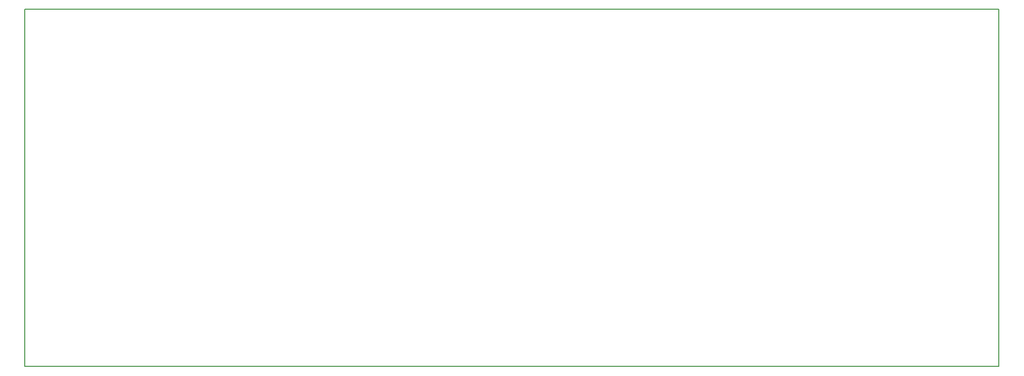
<source format=gbr>
G04 PROTEUS GERBER X2 FILE*
%TF.GenerationSoftware,Labcenter,Proteus,8.6-SP2-Build23525*%
%TF.CreationDate,2024-06-03T09:11:02+00:00*%
%TF.FileFunction,NonPlated,1,2,NPTH*%
%TF.FilePolarity,Positive*%
%TF.Part,Single*%
%FSLAX45Y45*%
%MOMM*%
G01*
%TA.AperFunction,Profile*%
%ADD17C,0.203200*%
%TD.AperFunction*%
D17*
X-8000000Y-5000000D02*
X+9000000Y-5000000D01*
X+9000000Y+1250000D01*
X-8000000Y+1250000D01*
X-8000000Y-5000000D01*
M02*

</source>
